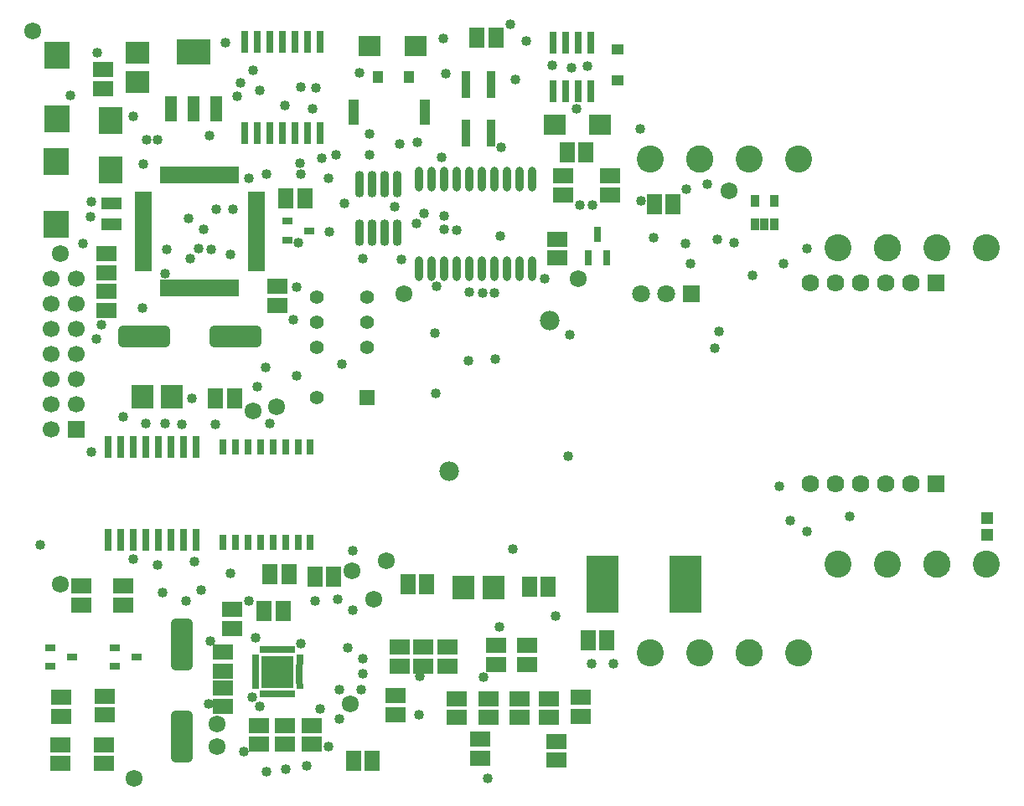
<source format=gts>
G04 Layer_Color=8388736*
%FSLAX44Y44*%
%MOMM*%
G71*
G01*
G75*
%ADD73R,2.4000X2.8000*%
%ADD74R,2.0000X1.5000*%
%ADD75R,1.5000X2.0000*%
%ADD76R,2.0000X1.3000*%
%ADD77R,1.0200X2.5300*%
%ADD78O,0.8000X2.5000*%
%ADD79C,1.7240*%
%ADD80R,0.8500X1.3000*%
%ADD81R,1.0500X0.8000*%
%ADD82R,1.2000X1.3000*%
%ADD83O,0.9000X2.7000*%
G04:AMPARAMS|DCode=84|XSize=5.2mm|YSize=2.2mm|CornerRadius=0.42mm|HoleSize=0mm|Usage=FLASHONLY|Rotation=90.000|XOffset=0mm|YOffset=0mm|HoleType=Round|Shape=RoundedRectangle|*
%AMROUNDEDRECTD84*
21,1,5.2000,1.3600,0,0,90.0*
21,1,4.3600,2.2000,0,0,90.0*
1,1,0.8400,0.6800,2.1800*
1,1,0.8400,0.6800,-2.1800*
1,1,0.8400,-0.6800,-2.1800*
1,1,0.8400,-0.6800,2.1800*
%
%ADD84ROUNDEDRECTD84*%
G04:AMPARAMS|DCode=85|XSize=5.2mm|YSize=2.2mm|CornerRadius=0.42mm|HoleSize=0mm|Usage=FLASHONLY|Rotation=0.000|XOffset=0mm|YOffset=0mm|HoleType=Round|Shape=RoundedRectangle|*
%AMROUNDEDRECTD85*
21,1,5.2000,1.3600,0,0,0.0*
21,1,4.3600,2.2000,0,0,0.0*
1,1,0.8400,2.1800,-0.6800*
1,1,0.8400,-2.1800,-0.6800*
1,1,0.8400,-2.1800,0.6800*
1,1,0.8400,2.1800,0.6800*
%
%ADD85ROUNDEDRECTD85*%
%ADD86R,0.7000X1.6300*%
%ADD87R,0.7588X2.1812*%
%ADD88R,0.5000X0.7000*%
%ADD89R,0.7000X0.5000*%
%ADD90R,3.2000X3.2000*%
%ADD91R,0.5000X0.7500*%
%ADD92R,0.7500X0.5000*%
%ADD93R,3.5000X2.6000*%
%ADD94R,1.2000X2.6000*%
%ADD95R,0.7900X2.3200*%
%ADD96R,3.2700X5.8100*%
%ADD97R,2.3000X2.0500*%
%ADD98R,2.4000X2.2000*%
%ADD99R,2.6000X2.8000*%
%ADD100R,2.2000X2.4000*%
%ADD101R,0.9000X2.7000*%
%ADD102R,1.1000X1.1500*%
%ADD103R,1.1500X1.1000*%
%ADD104R,0.8000X1.6500*%
%ADD105R,1.6732X0.4794*%
%ADD106R,0.4794X1.6732*%
%ADD107C,1.7000*%
%ADD108R,1.7000X1.7000*%
%ADD109C,2.7400*%
%ADD110O,2.7400X2.7700*%
%ADD111C,1.4000*%
%ADD112R,1.5080X1.5080*%
%ADD113C,1.8000*%
%ADD114R,1.8000X1.8000*%
%ADD115C,1.9800*%
%ADD116C,1.7900*%
%ADD117R,1.7900X1.7900*%
%ADD118C,1.0128*%
G36*
X521300Y398700D02*
X518300D01*
Y403700D01*
X521300D01*
Y398700D01*
D02*
G37*
G36*
X516300D02*
X513300D01*
Y403700D01*
X516300D01*
Y398700D01*
D02*
G37*
G36*
X491300D02*
X488300D01*
Y403700D01*
X491300D01*
Y398700D01*
D02*
G37*
G36*
X511300Y398200D02*
X508300D01*
Y403700D01*
X511300D01*
Y398200D01*
D02*
G37*
G36*
X506300D02*
X503300D01*
Y403700D01*
X506300D01*
Y398200D01*
D02*
G37*
G36*
X501300D02*
X498300D01*
Y403700D01*
X501300D01*
Y398200D01*
D02*
G37*
G36*
X496300D02*
X493300D01*
Y403700D01*
X496300D01*
Y398200D01*
D02*
G37*
G36*
X529800Y392200D02*
X524800D01*
Y395200D01*
X529800D01*
Y392200D01*
D02*
G37*
G36*
X484800D02*
X479800D01*
Y395200D01*
X484800D01*
Y392200D01*
D02*
G37*
G36*
X529800Y387200D02*
X524800D01*
Y390200D01*
X529800D01*
Y387200D01*
D02*
G37*
G36*
X484800D02*
X479800D01*
Y390200D01*
X484800D01*
Y387200D01*
D02*
G37*
G36*
X529800Y382200D02*
X524300D01*
Y385200D01*
X529800D01*
Y382200D01*
D02*
G37*
G36*
X485300D02*
X479800D01*
Y385200D01*
X485300D01*
Y382200D01*
D02*
G37*
G36*
X529800Y377200D02*
X524300D01*
Y380200D01*
X529800D01*
Y377200D01*
D02*
G37*
G36*
X485300D02*
X479800D01*
Y380200D01*
X485300D01*
Y377200D01*
D02*
G37*
G36*
X529800Y372200D02*
X524300D01*
Y375200D01*
X529800D01*
Y372200D01*
D02*
G37*
G36*
X485300D02*
X479800D01*
Y375200D01*
X485300D01*
Y372200D01*
D02*
G37*
G36*
X514800Y368700D02*
X494800D01*
Y388700D01*
X514800D01*
Y368700D01*
D02*
G37*
G36*
X529800Y367200D02*
X524300D01*
Y370200D01*
X529800D01*
Y367200D01*
D02*
G37*
G36*
X485300D02*
X479800D01*
Y370200D01*
X485300D01*
Y367200D01*
D02*
G37*
G36*
X529800Y362200D02*
X524800D01*
Y365200D01*
X529800D01*
Y362200D01*
D02*
G37*
G36*
X484800D02*
X479800D01*
Y365200D01*
X484800D01*
Y362200D01*
D02*
G37*
G36*
X521300Y353700D02*
X518300D01*
Y358700D01*
X521300D01*
Y353700D01*
D02*
G37*
G36*
X516300D02*
X513300D01*
Y359200D01*
X516300D01*
Y353700D01*
D02*
G37*
G36*
X511300D02*
X508300D01*
Y359200D01*
X511300D01*
Y353700D01*
D02*
G37*
G36*
X506300D02*
X503300D01*
Y359200D01*
X506300D01*
Y353700D01*
D02*
G37*
G36*
X501300D02*
X498300D01*
Y359200D01*
X501300D01*
Y353700D01*
D02*
G37*
G36*
X496300D02*
X493300D01*
Y358700D01*
X496300D01*
Y353700D01*
D02*
G37*
G36*
X491300D02*
X488300D01*
Y358700D01*
X491300D01*
Y353700D01*
D02*
G37*
D73*
X336000Y886000D02*
D03*
Y936000D02*
D03*
D74*
X286400Y353100D02*
D03*
Y333900D02*
D03*
X330400Y354100D02*
D03*
Y334900D02*
D03*
X307000Y465600D02*
D03*
Y446400D02*
D03*
X349000Y465600D02*
D03*
Y446400D02*
D03*
X285400Y305100D02*
D03*
Y285900D02*
D03*
X329400Y305100D02*
D03*
Y285900D02*
D03*
X329000Y968400D02*
D03*
Y987600D02*
D03*
X793000Y861400D02*
D03*
Y880600D02*
D03*
X779000Y351600D02*
D03*
Y332400D02*
D03*
X811000Y333400D02*
D03*
Y352600D02*
D03*
X718000Y351600D02*
D03*
Y332400D02*
D03*
X686000Y351600D02*
D03*
Y332400D02*
D03*
X786400Y308500D02*
D03*
Y289300D02*
D03*
X332000Y782400D02*
D03*
Y801600D02*
D03*
X841000Y861400D02*
D03*
Y880600D02*
D03*
X709400Y310500D02*
D03*
Y291300D02*
D03*
X652300Y403700D02*
D03*
Y384500D02*
D03*
X676300D02*
D03*
Y403700D02*
D03*
X726000Y405600D02*
D03*
Y386400D02*
D03*
X450000Y362600D02*
D03*
Y343400D02*
D03*
X450000Y379400D02*
D03*
Y398600D02*
D03*
X539000Y324600D02*
D03*
Y305400D02*
D03*
X486000Y324600D02*
D03*
Y305400D02*
D03*
X459000Y441600D02*
D03*
Y422400D02*
D03*
X512500Y324600D02*
D03*
Y305400D02*
D03*
X624300Y354400D02*
D03*
Y335200D02*
D03*
X628300Y384500D02*
D03*
Y403700D02*
D03*
X332000Y763600D02*
D03*
Y744400D02*
D03*
X505000Y768600D02*
D03*
Y749400D02*
D03*
X749000Y351600D02*
D03*
Y332400D02*
D03*
X757000Y405600D02*
D03*
Y386400D02*
D03*
X787654Y797104D02*
D03*
Y816304D02*
D03*
D75*
X600700Y289000D02*
D03*
X581500D02*
D03*
X904600Y852000D02*
D03*
X885400D02*
D03*
X561600Y475000D02*
D03*
X542400D02*
D03*
X497400Y477750D02*
D03*
X516600D02*
D03*
X797400Y904000D02*
D03*
X816600D02*
D03*
X778600Y465000D02*
D03*
X759400D02*
D03*
X818400Y411000D02*
D03*
X837600D02*
D03*
X491400Y440000D02*
D03*
X510600D02*
D03*
X461600Y655000D02*
D03*
X442400D02*
D03*
X655600Y467000D02*
D03*
X636400D02*
D03*
X725600Y1020000D02*
D03*
X706400D02*
D03*
X532600Y858000D02*
D03*
X513400D02*
D03*
D76*
X337000Y852600D02*
D03*
Y831400D02*
D03*
D77*
X654000Y945000D02*
D03*
X582000D02*
D03*
D78*
X647850Y786500D02*
D03*
X660550D02*
D03*
X673250D02*
D03*
X685950D02*
D03*
X698650D02*
D03*
X711350D02*
D03*
X724050D02*
D03*
X736750D02*
D03*
X749450D02*
D03*
X762150D02*
D03*
X647850Y877500D02*
D03*
X660550D02*
D03*
X673250D02*
D03*
X685950D02*
D03*
X698650D02*
D03*
X711350D02*
D03*
X724050D02*
D03*
X736750D02*
D03*
X749450D02*
D03*
X762150D02*
D03*
D79*
X360000Y271000D02*
D03*
X632968Y760730D02*
D03*
X444000Y326000D02*
D03*
X285000Y467000D02*
D03*
X444000Y303000D02*
D03*
X578000Y346000D02*
D03*
X961000Y865000D02*
D03*
X615000Y491000D02*
D03*
X809000Y776000D02*
D03*
X504000Y647000D02*
D03*
X602000Y452000D02*
D03*
X285000Y802000D02*
D03*
X580000Y481000D02*
D03*
X480000Y643000D02*
D03*
X257730Y1027000D02*
D03*
D80*
X987500Y855000D02*
D03*
X1006500D02*
D03*
Y831000D02*
D03*
X997000D02*
D03*
X987500D02*
D03*
D81*
X297150Y393500D02*
D03*
X275650Y384000D02*
D03*
Y403000D02*
D03*
X536750Y825000D02*
D03*
X515250Y815500D02*
D03*
Y834500D02*
D03*
X362150Y393500D02*
D03*
X340650Y384000D02*
D03*
Y403000D02*
D03*
D82*
X1222000Y534500D02*
D03*
Y517500D02*
D03*
D83*
X625700Y872000D02*
D03*
X613000D02*
D03*
X600300D02*
D03*
X587600D02*
D03*
X625700Y823000D02*
D03*
X613000D02*
D03*
X600300D02*
D03*
X587600D02*
D03*
D84*
X407800Y405950D02*
D03*
Y313450D02*
D03*
D85*
X462250Y718000D02*
D03*
X369750D02*
D03*
D86*
X538100Y606000D02*
D03*
X525500D02*
D03*
X512900D02*
D03*
X500300D02*
D03*
X487700D02*
D03*
X475100D02*
D03*
X462500D02*
D03*
X449900D02*
D03*
Y510000D02*
D03*
X462500D02*
D03*
X475100D02*
D03*
X487700D02*
D03*
X500300D02*
D03*
X512900D02*
D03*
X525500D02*
D03*
X538100D02*
D03*
D87*
X783150Y1015038D02*
D03*
X795850D02*
D03*
X808550D02*
D03*
X821250D02*
D03*
Y965762D02*
D03*
X808550D02*
D03*
X795850D02*
D03*
X783150D02*
D03*
X422450Y512010D02*
D03*
X409750D02*
D03*
X397050D02*
D03*
X384350D02*
D03*
X371650D02*
D03*
X358950D02*
D03*
X346250D02*
D03*
X333550D02*
D03*
Y605990D02*
D03*
X346250D02*
D03*
X358950D02*
D03*
X371650D02*
D03*
X384350D02*
D03*
X397050D02*
D03*
X409750D02*
D03*
X422450D02*
D03*
D88*
X489799Y356200D02*
D03*
Y401200D02*
D03*
X519800Y356200D02*
D03*
X494799D02*
D03*
Y401200D02*
D03*
X519800D02*
D03*
D89*
X527299Y393700D02*
D03*
X482300D02*
D03*
Y363700D02*
D03*
Y388700D02*
D03*
X527299D02*
D03*
Y363700D02*
D03*
D90*
X504799Y378700D02*
D03*
D91*
X514799Y356450D02*
D03*
X509800D02*
D03*
X504799D02*
D03*
X499800D02*
D03*
Y400951D02*
D03*
X504799D02*
D03*
X509800D02*
D03*
X514799D02*
D03*
D92*
X482550Y368700D02*
D03*
Y373700D02*
D03*
Y378700D02*
D03*
Y383700D02*
D03*
X527049D02*
D03*
Y378700D02*
D03*
Y373700D02*
D03*
Y368700D02*
D03*
D93*
X420001Y1006000D02*
D03*
D94*
X443000Y948000D02*
D03*
X420001D02*
D03*
X397001D02*
D03*
D95*
X471900Y1016150D02*
D03*
X484600D02*
D03*
X497300D02*
D03*
X510000D02*
D03*
X522700D02*
D03*
X535400D02*
D03*
X548100D02*
D03*
Y923850D02*
D03*
X535400D02*
D03*
X522700D02*
D03*
X510000D02*
D03*
X497300D02*
D03*
X484600D02*
D03*
X471900D02*
D03*
D96*
X832800Y467000D02*
D03*
X917200D02*
D03*
D97*
X644000Y1012000D02*
D03*
X598000D02*
D03*
X831000Y932000D02*
D03*
X785000D02*
D03*
D98*
X363458Y1005000D02*
D03*
Y975000D02*
D03*
D99*
X281000Y831000D02*
D03*
Y895001D02*
D03*
X282001Y938000D02*
D03*
Y1002000D02*
D03*
D100*
X398000Y657000D02*
D03*
X368000D02*
D03*
X722800Y464100D02*
D03*
X692800D02*
D03*
D101*
X720700Y972500D02*
D03*
X695300D02*
D03*
X720700Y923500D02*
D03*
X695300D02*
D03*
D102*
X637943Y980790D02*
D03*
X606442D02*
D03*
D103*
X848200Y1008150D02*
D03*
Y976650D02*
D03*
D104*
X828063Y821128D02*
D03*
X837563Y797628D02*
D03*
X818563D02*
D03*
D105*
X368850Y786408D02*
D03*
Y791488D02*
D03*
Y796568D02*
D03*
Y801394D02*
D03*
Y806474D02*
D03*
Y811554D02*
D03*
Y816380D02*
D03*
Y821460D02*
D03*
Y826540D02*
D03*
Y831620D02*
D03*
Y836446D02*
D03*
Y841526D02*
D03*
Y846606D02*
D03*
Y851432D02*
D03*
Y856512D02*
D03*
Y861592D02*
D03*
X483150D02*
D03*
Y856512D02*
D03*
Y851432D02*
D03*
Y846606D02*
D03*
Y841526D02*
D03*
Y836446D02*
D03*
Y831620D02*
D03*
Y826540D02*
D03*
Y821460D02*
D03*
Y816380D02*
D03*
Y811554D02*
D03*
Y806474D02*
D03*
Y801394D02*
D03*
Y796568D02*
D03*
Y791488D02*
D03*
Y786408D02*
D03*
D106*
X388408Y881150D02*
D03*
X393488D02*
D03*
X398568D02*
D03*
X403394D02*
D03*
X408474D02*
D03*
X413554D02*
D03*
X418380D02*
D03*
X423460D02*
D03*
X428540D02*
D03*
X433620D02*
D03*
X438446D02*
D03*
X443526D02*
D03*
X448606D02*
D03*
X453432D02*
D03*
X458512D02*
D03*
X463592D02*
D03*
Y766850D02*
D03*
X458512D02*
D03*
X453432D02*
D03*
X448606D02*
D03*
X443526D02*
D03*
X438446D02*
D03*
X433620D02*
D03*
X428540D02*
D03*
X423460D02*
D03*
X418380D02*
D03*
X413554D02*
D03*
X408474D02*
D03*
X403394D02*
D03*
X398568D02*
D03*
X393488D02*
D03*
X388408D02*
D03*
D107*
X275700Y776600D02*
D03*
X301100D02*
D03*
X275700Y751200D02*
D03*
X301100D02*
D03*
X275700Y725800D02*
D03*
X301100D02*
D03*
X275700Y700400D02*
D03*
X301100D02*
D03*
X275700Y675000D02*
D03*
X301100D02*
D03*
X275700Y649600D02*
D03*
X301100D02*
D03*
X275700Y624200D02*
D03*
D108*
X301100D02*
D03*
D109*
X881250Y397750D02*
D03*
X931250D02*
D03*
X1031250D02*
D03*
X1071250Y487750D02*
D03*
X1121250D02*
D03*
X1221250D02*
D03*
X1031250Y897750D02*
D03*
X981250D02*
D03*
X881250D02*
D03*
X1221250Y807750D02*
D03*
X1171250D02*
D03*
X1071250D02*
D03*
D110*
X981250Y397750D02*
D03*
X1171250Y487750D02*
D03*
X931250Y897750D02*
D03*
X1121250Y807750D02*
D03*
D111*
X544200Y656200D02*
D03*
Y707000D02*
D03*
Y732400D02*
D03*
Y757800D02*
D03*
X595000Y707000D02*
D03*
Y732400D02*
D03*
Y757800D02*
D03*
D112*
Y656200D02*
D03*
D113*
X871800Y761100D02*
D03*
X897200D02*
D03*
D114*
X922600D02*
D03*
D115*
X678200Y581800D02*
D03*
X779800Y734200D02*
D03*
D116*
X1043000Y772000D02*
D03*
X1068400D02*
D03*
X1093800D02*
D03*
X1119200D02*
D03*
X1144600D02*
D03*
Y568800D02*
D03*
X1119200D02*
D03*
X1093800D02*
D03*
X1068400D02*
D03*
X1043000D02*
D03*
D117*
X1170000Y772000D02*
D03*
Y568800D02*
D03*
D118*
X807000Y948000D02*
D03*
X1023000Y532000D02*
D03*
X885000Y818000D02*
D03*
X810000Y851000D02*
D03*
X823000D02*
D03*
X951000Y723000D02*
D03*
X947000Y706000D02*
D03*
X1040000Y521000D02*
D03*
X296000Y962000D02*
D03*
X323000Y1005000D02*
D03*
X359019Y941000D02*
D03*
X372212Y917000D02*
D03*
X482999Y412999D02*
D03*
X475999Y449999D02*
D03*
X528000Y407000D02*
D03*
X548000Y341000D02*
D03*
X566999Y330999D02*
D03*
X556000Y303000D02*
D03*
X534001Y283333D02*
D03*
X745000Y978000D02*
D03*
X471000Y298000D02*
D03*
X487000Y344000D02*
D03*
X479000Y353000D02*
D03*
X566000Y452000D02*
D03*
X528066Y882396D02*
D03*
X527512Y893572D02*
D03*
X524256Y768096D02*
D03*
X525780Y812800D02*
D03*
X572262Y852678D02*
D03*
X652780Y842010D02*
D03*
X645414Y832358D02*
D03*
X731000Y909000D02*
D03*
X673354Y826008D02*
D03*
X724154Y762000D02*
D03*
X665480Y768350D02*
D03*
X457208Y800604D02*
D03*
X390906Y781050D02*
D03*
X416814Y796798D02*
D03*
X425450Y807212D02*
D03*
X464000Y961000D02*
D03*
X467127Y974739D02*
D03*
X729000Y424000D02*
D03*
X717000Y271000D02*
D03*
X513000Y280333D02*
D03*
X871000Y928000D02*
D03*
X435000Y346000D02*
D03*
X437000Y410000D02*
D03*
X393000Y806000D02*
D03*
X438000D02*
D03*
X430000Y826000D02*
D03*
X415000Y837000D02*
D03*
X675000Y984000D02*
D03*
X528000Y970000D02*
D03*
X497000Y630000D02*
D03*
X740000Y1034080D02*
D03*
X452576Y1015000D02*
D03*
X557000Y824000D02*
D03*
X591000Y797000D02*
D03*
X520999Y734998D02*
D03*
X672000Y1019000D02*
D03*
X487000Y967000D02*
D03*
X480000Y987000D02*
D03*
X436000Y921000D02*
D03*
X756000Y1017000D02*
D03*
X307999Y811998D02*
D03*
X316999Y853998D02*
D03*
X556000Y878000D02*
D03*
X549257Y898347D02*
D03*
X802000Y990000D02*
D03*
X817998Y990998D02*
D03*
X1016000Y792000D02*
D03*
X985000Y780000D02*
D03*
X460000Y847000D02*
D03*
X443000D02*
D03*
X408000Y629000D02*
D03*
X391000Y630000D02*
D03*
X372000Y630000D02*
D03*
X348911Y636825D02*
D03*
X630000Y796000D02*
D03*
X475999Y877998D02*
D03*
X493999Y881998D02*
D03*
X540000Y948000D02*
D03*
X493000Y687000D02*
D03*
X570000Y690000D02*
D03*
X524000Y678000D02*
D03*
X384000Y917000D02*
D03*
X369000Y892000D02*
D03*
X316000Y839000D02*
D03*
X800000Y720000D02*
D03*
X665000Y660000D02*
D03*
X368000Y747000D02*
D03*
X322000Y715000D02*
D03*
X544000Y969000D02*
D03*
X917998Y866998D02*
D03*
X938998Y871998D02*
D03*
X697999Y692999D02*
D03*
X725000Y695000D02*
D03*
X512000Y952000D02*
D03*
X872000Y855000D02*
D03*
X966000Y813000D02*
D03*
X922000Y792000D02*
D03*
X317000Y601000D02*
D03*
X442000Y629000D02*
D03*
X326999Y729998D02*
D03*
X483999Y666999D02*
D03*
X418000Y655000D02*
D03*
X588000Y985000D02*
D03*
X384000Y487000D02*
D03*
X457000Y478000D02*
D03*
X543000Y450000D02*
D03*
X589000Y361000D02*
D03*
X567302Y360302D02*
D03*
X786000Y435000D02*
D03*
X591000Y377000D02*
D03*
X648000Y335000D02*
D03*
X713000Y373000D02*
D03*
X648999Y373999D02*
D03*
X743000Y503000D02*
D03*
X581000Y441000D02*
D03*
Y501000D02*
D03*
X591000Y392000D02*
D03*
X576000Y403000D02*
D03*
X494001Y277334D02*
D03*
X421000Y490000D02*
D03*
X664000Y721000D02*
D03*
X359000Y493000D02*
D03*
X388999Y458999D02*
D03*
X265000Y507000D02*
D03*
X822000Y387000D02*
D03*
X844000D02*
D03*
X1083000Y536000D02*
D03*
X1012190Y566674D02*
D03*
X623000Y849000D02*
D03*
X564134Y901700D02*
D03*
X597662Y901954D02*
D03*
Y922528D02*
D03*
X672846Y839978D02*
D03*
X686054Y825451D02*
D03*
X729996Y819912D02*
D03*
X412000Y450000D02*
D03*
X428000Y461000D02*
D03*
X782000Y992000D02*
D03*
X1040000Y807000D02*
D03*
X698754Y762762D02*
D03*
X711851Y762254D02*
D03*
X775000Y776000D02*
D03*
X628000Y913000D02*
D03*
X646000Y914000D02*
D03*
X671000Y899000D02*
D03*
X917000Y812000D02*
D03*
X949000Y816000D02*
D03*
X798656Y597000D02*
D03*
M02*

</source>
